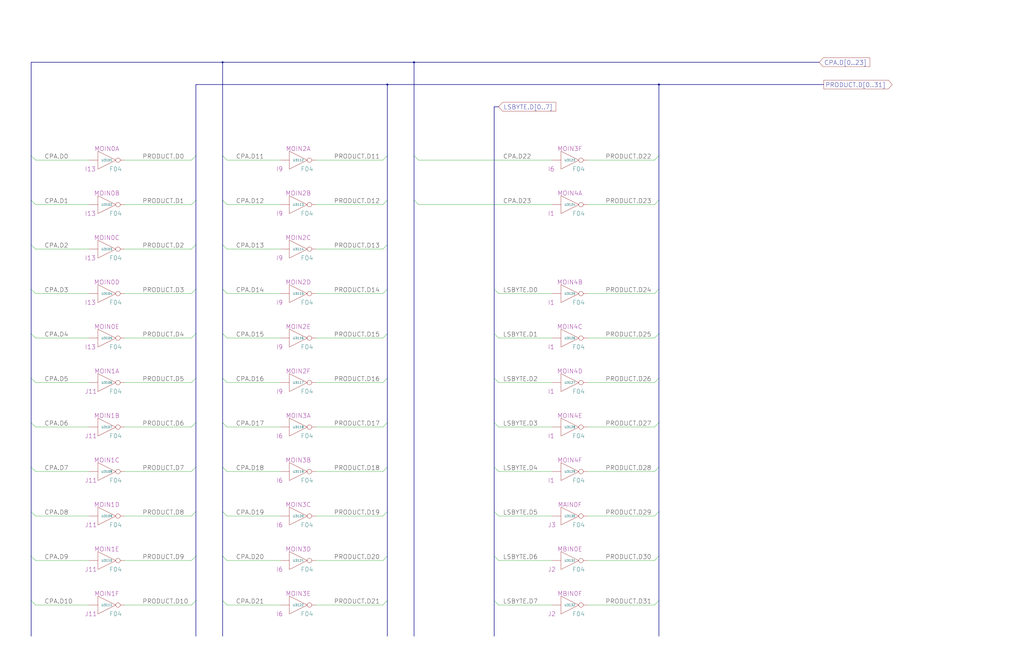
<source format=kicad_sch>
(kicad_sch (version 20250114) (generator "eeschema") (generator_version "9.0")
  (paper "User" 584.2 378.46)
  (title_block (title "MULTIPLIER OUTPUT INVERTER") (date "22-MAR-90") (rev "1.0") (comment 1 "VALUE") (comment 2 "232-003063") (comment 3 "S400") (comment 4 "RELEASED"))
  (lib_symbols
    (symbol "r1000:F04" (pin_numbers (hide yes)) (pin_names (hide yes))
      (property "Reference" "U" (at 0 0 0))
      (property "Value" "F04" (at 1.27 -5.08 0))
      (property "Location" "___" (at -12.7 -5.08 0))
      (property "Name" "______" (at 0 5.08 0))
      (symbol "F04_0_1"
        (polyline (pts (xy -7.62 0) (xy -5.08 0)) (stroke (width 0.1524)))
        (polyline (pts (xy -5.08 5.08) (xy -5.08 -5.08)) (stroke (width 0.1524)))
        (polyline (pts (xy 5.08 0) (xy -5.08 5.08)) (stroke (width 0.1524)))
        (polyline (pts (xy 5.08 0) (xy -5.08 -5.08)) (stroke (width 0.1524)))
        (circle (center 6.35 0) (radius 1.27) (stroke (width 0.1524)))
      )
      (symbol "F04_1_1"
        (pin input line (at -10.16 0 0) (length 2.54) (name "D0") (number "1"))
        (pin output line (at 10.16 0 180) (length 2.54) (name "Q") (number "2"))
      )
    )
  )
  (junction (at 375.92 48.26))
  (junction (at 236.22 35.56))
  (junction (at 220.98 48.26))
  (junction (at 127 35.56))
  (bus_entry (at 127 215.9) (size 2.54 2.54))
  (bus_entry (at 111.76 317.5) (size -2.54 2.54))
  (bus_entry (at 375.92 215.9) (size -2.54 2.54))
  (bus_entry (at 220.98 292.1) (size -2.54 2.54))
  (bus_entry (at 281.94 292.1) (size 2.54 2.54))
  (bus_entry (at 111.76 342.9) (size -2.54 2.54))
  (bus_entry (at 220.98 190.5) (size -2.54 2.54))
  (bus_entry (at 17.78 165.1) (size 2.54 2.54))
  (bus_entry (at 127 114.3) (size 2.54 2.54))
  (bus_entry (at 17.78 114.3) (size 2.54 2.54))
  (bus_entry (at 281.94 266.7) (size 2.54 2.54))
  (bus_entry (at 375.92 342.9) (size -2.54 2.54))
  (bus_entry (at 17.78 88.9) (size 2.54 2.54))
  (bus_entry (at 220.98 165.1) (size -2.54 2.54))
  (bus_entry (at 375.92 190.5) (size -2.54 2.54))
  (bus_entry (at 17.78 139.7) (size 2.54 2.54))
  (bus_entry (at 281.94 190.5) (size 2.54 2.54))
  (bus_entry (at 111.76 190.5) (size -2.54 2.54))
  (bus_entry (at 220.98 215.9) (size -2.54 2.54))
  (bus_entry (at 17.78 215.9) (size 2.54 2.54))
  (bus_entry (at 127 139.7) (size 2.54 2.54))
  (bus_entry (at 127 266.7) (size 2.54 2.54))
  (bus_entry (at 127 190.5) (size 2.54 2.54))
  (bus_entry (at 220.98 266.7) (size -2.54 2.54))
  (bus_entry (at 17.78 342.9) (size 2.54 2.54))
  (bus_entry (at 236.22 114.3) (size 2.54 2.54))
  (bus_entry (at 220.98 139.7) (size -2.54 2.54))
  (bus_entry (at 375.92 88.9) (size -2.54 2.54))
  (bus_entry (at 17.78 266.7) (size 2.54 2.54))
  (bus_entry (at 111.76 88.9) (size -2.54 2.54))
  (bus_entry (at 375.92 317.5) (size -2.54 2.54))
  (bus_entry (at 236.22 88.9) (size 2.54 2.54))
  (bus_entry (at 111.76 266.7) (size -2.54 2.54))
  (bus_entry (at 220.98 317.5) (size -2.54 2.54))
  (bus_entry (at 375.92 165.1) (size -2.54 2.54))
  (bus_entry (at 127 88.9) (size 2.54 2.54))
  (bus_entry (at 111.76 165.1) (size -2.54 2.54))
  (bus_entry (at 127 292.1) (size 2.54 2.54))
  (bus_entry (at 281.94 241.3) (size 2.54 2.54))
  (bus_entry (at 111.76 215.9) (size -2.54 2.54))
  (bus_entry (at 111.76 292.1) (size -2.54 2.54))
  (bus_entry (at 17.78 292.1) (size 2.54 2.54))
  (bus_entry (at 375.92 241.3) (size -2.54 2.54))
  (bus_entry (at 281.94 165.1) (size 2.54 2.54))
  (bus_entry (at 17.78 317.5) (size 2.54 2.54))
  (bus_entry (at 375.92 114.3) (size -2.54 2.54))
  (bus_entry (at 127 165.1) (size 2.54 2.54))
  (bus_entry (at 111.76 241.3) (size -2.54 2.54))
  (bus_entry (at 17.78 190.5) (size 2.54 2.54))
  (bus_entry (at 220.98 114.3) (size -2.54 2.54))
  (bus_entry (at 111.76 139.7) (size -2.54 2.54))
  (bus_entry (at 220.98 342.9) (size -2.54 2.54))
  (bus_entry (at 281.94 215.9) (size 2.54 2.54))
  (bus_entry (at 281.94 342.9) (size 2.54 2.54))
  (bus_entry (at 127 342.9) (size 2.54 2.54))
  (bus_entry (at 281.94 317.5) (size 2.54 2.54))
  (bus_entry (at 111.76 114.3) (size -2.54 2.54))
  (bus_entry (at 17.78 241.3) (size 2.54 2.54))
  (bus_entry (at 220.98 88.9) (size -2.54 2.54))
  (bus_entry (at 375.92 292.1) (size -2.54 2.54))
  (bus_entry (at 127 241.3) (size 2.54 2.54))
  (bus_entry (at 220.98 241.3) (size -2.54 2.54))
  (bus_entry (at 127 317.5) (size 2.54 2.54))
  (bus_entry (at 375.92 266.7) (size -2.54 2.54))
  (bus (pts (xy 220.98 266.7) (xy 220.98 292.1)))
  (bus (pts (xy 127 165.1) (xy 127 190.5)))
  (bus (pts (xy 111.76 190.5) (xy 111.76 215.9)))
  (bus (pts (xy 220.98 165.1) (xy 220.98 190.5)))
  (bus (pts (xy 375.92 317.5) (xy 375.92 342.9)))
  (bus (pts (xy 17.78 215.9) (xy 17.78 241.3)))
  (bus (pts (xy 281.94 215.9) (xy 281.94 241.3)))
  (bus (pts (xy 127 241.3) (xy 127 266.7)))
  (bus (pts (xy 111.76 292.1) (xy 111.76 317.5)))
  (bus (pts (xy 375.92 88.9) (xy 375.92 114.3)))
  (wire (pts (xy 180.34 269.24) (xy 218.44 269.24)))
  (bus (pts (xy 111.76 48.26) (xy 111.76 88.9)))
  (bus (pts (xy 17.78 35.56) (xy 17.78 88.9)))
  (wire (pts (xy 284.48 269.24) (xy 314.96 269.24)))
  (wire (pts (xy 71.12 294.64) (xy 109.22 294.64)))
  (bus (pts (xy 127 266.7) (xy 127 292.1)))
  (bus (pts (xy 17.78 317.5) (xy 17.78 342.9)))
  (bus (pts (xy 127 317.5) (xy 127 342.9)))
  (bus (pts (xy 220.98 114.3) (xy 220.98 139.7)))
  (bus (pts (xy 111.76 48.26) (xy 220.98 48.26)))
  (wire (pts (xy 180.34 116.84) (xy 218.44 116.84)))
  (bus (pts (xy 375.92 114.3) (xy 375.92 165.1)))
  (bus (pts (xy 236.22 35.56) (xy 467.36 35.56)))
  (wire (pts (xy 20.32 294.64) (xy 50.8 294.64)))
  (bus (pts (xy 281.94 60.96) (xy 284.48 60.96)))
  (bus (pts (xy 111.76 317.5) (xy 111.76 342.9)))
  (wire (pts (xy 284.48 320.04) (xy 314.96 320.04)))
  (wire (pts (xy 284.48 243.84) (xy 314.96 243.84)))
  (bus (pts (xy 111.76 215.9) (xy 111.76 241.3)))
  (bus (pts (xy 236.22 88.9) (xy 236.22 114.3)))
  (bus (pts (xy 236.22 35.56) (xy 236.22 88.9)))
  (bus (pts (xy 111.76 88.9) (xy 111.76 114.3)))
  (bus (pts (xy 375.92 342.9) (xy 375.92 363.22)))
  (wire (pts (xy 129.54 269.24) (xy 160.02 269.24)))
  (bus (pts (xy 220.98 48.26) (xy 375.92 48.26)))
  (wire (pts (xy 180.34 345.44) (xy 218.44 345.44)))
  (bus (pts (xy 236.22 114.3) (xy 236.22 363.22)))
  (bus (pts (xy 375.92 266.7) (xy 375.92 292.1)))
  (bus (pts (xy 127 35.56) (xy 127 88.9)))
  (bus (pts (xy 220.98 139.7) (xy 220.98 165.1)))
  (bus (pts (xy 220.98 190.5) (xy 220.98 215.9)))
  (wire (pts (xy 20.32 167.64) (xy 50.8 167.64)))
  (wire (pts (xy 284.48 167.64) (xy 314.96 167.64)))
  (wire (pts (xy 284.48 218.44) (xy 314.96 218.44)))
  (bus (pts (xy 17.78 114.3) (xy 17.78 139.7)))
  (wire (pts (xy 129.54 345.44) (xy 160.02 345.44)))
  (bus (pts (xy 111.76 241.3) (xy 111.76 266.7)))
  (wire (pts (xy 180.34 320.04) (xy 218.44 320.04)))
  (bus (pts (xy 220.98 48.26) (xy 220.98 88.9)))
  (wire (pts (xy 180.34 91.44) (xy 218.44 91.44)))
  (wire (pts (xy 180.34 218.44) (xy 218.44 218.44)))
  (wire (pts (xy 20.32 218.44) (xy 50.8 218.44)))
  (wire (pts (xy 129.54 167.64) (xy 160.02 167.64)))
  (bus (pts (xy 281.94 317.5) (xy 281.94 342.9)))
  (wire (pts (xy 335.28 167.64) (xy 373.38 167.64)))
  (bus (pts (xy 111.76 114.3) (xy 111.76 139.7)))
  (bus (pts (xy 17.78 342.9) (xy 17.78 363.22)))
  (bus (pts (xy 111.76 139.7) (xy 111.76 165.1)))
  (bus (pts (xy 127 215.9) (xy 127 241.3)))
  (bus (pts (xy 281.94 266.7) (xy 281.94 292.1)))
  (bus (pts (xy 127 139.7) (xy 127 165.1)))
  (bus (pts (xy 220.98 215.9) (xy 220.98 241.3)))
  (wire (pts (xy 20.32 269.24) (xy 50.8 269.24)))
  (wire (pts (xy 129.54 243.84) (xy 160.02 243.84)))
  (bus (pts (xy 127 88.9) (xy 127 114.3)))
  (wire (pts (xy 71.12 218.44) (xy 109.22 218.44)))
  (wire (pts (xy 335.28 294.64) (xy 373.38 294.64)))
  (wire (pts (xy 20.32 91.44) (xy 50.8 91.44)))
  (bus (pts (xy 127 35.56) (xy 236.22 35.56)))
  (bus (pts (xy 111.76 165.1) (xy 111.76 190.5)))
  (wire (pts (xy 71.12 320.04) (xy 109.22 320.04)))
  (wire (pts (xy 335.28 193.04) (xy 373.38 193.04)))
  (bus (pts (xy 220.98 88.9) (xy 220.98 114.3)))
  (wire (pts (xy 71.12 193.04) (xy 109.22 193.04)))
  (wire (pts (xy 20.32 320.04) (xy 50.8 320.04)))
  (bus (pts (xy 375.92 292.1) (xy 375.92 317.5)))
  (wire (pts (xy 180.34 167.64) (xy 218.44 167.64)))
  (bus (pts (xy 281.94 60.96) (xy 281.94 165.1)))
  (bus (pts (xy 220.98 317.5) (xy 220.98 342.9)))
  (bus (pts (xy 127 292.1) (xy 127 317.5)))
  (bus (pts (xy 17.78 35.56) (xy 127 35.56)))
  (wire (pts (xy 335.28 116.84) (xy 373.38 116.84)))
  (bus (pts (xy 375.92 190.5) (xy 375.92 215.9)))
  (wire (pts (xy 335.28 345.44) (xy 373.38 345.44)))
  (wire (pts (xy 20.32 243.84) (xy 50.8 243.84)))
  (wire (pts (xy 129.54 193.04) (xy 160.02 193.04)))
  (wire (pts (xy 20.32 193.04) (xy 50.8 193.04)))
  (bus (pts (xy 17.78 139.7) (xy 17.78 165.1)))
  (bus (pts (xy 17.78 88.9) (xy 17.78 114.3)))
  (wire (pts (xy 238.76 116.84) (xy 314.96 116.84)))
  (wire (pts (xy 129.54 320.04) (xy 160.02 320.04)))
  (wire (pts (xy 335.28 243.84) (xy 373.38 243.84)))
  (bus (pts (xy 281.94 165.1) (xy 281.94 190.5)))
  (bus (pts (xy 17.78 292.1) (xy 17.78 317.5)))
  (wire (pts (xy 71.12 142.24) (xy 109.22 142.24)))
  (wire (pts (xy 129.54 91.44) (xy 160.02 91.44)))
  (bus (pts (xy 111.76 342.9) (xy 111.76 363.22)))
  (wire (pts (xy 71.12 91.44) (xy 109.22 91.44)))
  (wire (pts (xy 20.32 142.24) (xy 50.8 142.24)))
  (wire (pts (xy 129.54 116.84) (xy 160.02 116.84)))
  (bus (pts (xy 127 114.3) (xy 127 139.7)))
  (bus (pts (xy 127 190.5) (xy 127 215.9)))
  (wire (pts (xy 71.12 345.44) (xy 109.22 345.44)))
  (wire (pts (xy 284.48 294.64) (xy 314.96 294.64)))
  (bus (pts (xy 281.94 292.1) (xy 281.94 317.5)))
  (wire (pts (xy 180.34 243.84) (xy 218.44 243.84)))
  (wire (pts (xy 129.54 294.64) (xy 160.02 294.64)))
  (wire (pts (xy 71.12 243.84) (xy 109.22 243.84)))
  (bus (pts (xy 220.98 342.9) (xy 220.98 363.22)))
  (bus (pts (xy 281.94 241.3) (xy 281.94 266.7)))
  (wire (pts (xy 71.12 269.24) (xy 109.22 269.24)))
  (bus (pts (xy 17.78 266.7) (xy 17.78 292.1)))
  (bus (pts (xy 220.98 241.3) (xy 220.98 266.7)))
  (bus (pts (xy 375.92 48.26) (xy 469.9 48.26)))
  (wire (pts (xy 335.28 320.04) (xy 373.38 320.04)))
  (wire (pts (xy 335.28 91.44) (xy 373.38 91.44)))
  (wire (pts (xy 20.32 116.84) (xy 50.8 116.84)))
  (wire (pts (xy 238.76 91.44) (xy 314.96 91.44)))
  (bus (pts (xy 375.92 241.3) (xy 375.92 266.7)))
  (bus (pts (xy 17.78 165.1) (xy 17.78 190.5)))
  (wire (pts (xy 284.48 193.04) (xy 314.96 193.04)))
  (bus (pts (xy 127 342.9) (xy 127 363.22)))
  (wire (pts (xy 284.48 345.44) (xy 314.96 345.44)))
  (wire (pts (xy 20.32 345.44) (xy 50.8 345.44)))
  (wire (pts (xy 180.34 142.24) (xy 218.44 142.24)))
  (bus (pts (xy 375.92 48.26) (xy 375.92 88.9)))
  (wire (pts (xy 129.54 142.24) (xy 160.02 142.24)))
  (wire (pts (xy 335.28 218.44) (xy 373.38 218.44)))
  (wire (pts (xy 180.34 193.04) (xy 218.44 193.04)))
  (bus (pts (xy 17.78 190.5) (xy 17.78 215.9)))
  (bus (pts (xy 281.94 342.9) (xy 281.94 363.22)))
  (wire (pts (xy 71.12 116.84) (xy 109.22 116.84)))
  (bus (pts (xy 375.92 165.1) (xy 375.92 190.5)))
  (wire (pts (xy 71.12 167.64) (xy 109.22 167.64)))
  (wire (pts (xy 335.28 269.24) (xy 373.38 269.24)))
  (wire (pts (xy 129.54 218.44) (xy 160.02 218.44)))
  (bus (pts (xy 375.92 215.9) (xy 375.92 241.3)))
  (wire (pts (xy 180.34 294.64) (xy 218.44 294.64)))
  (bus (pts (xy 17.78 241.3) (xy 17.78 266.7)))
  (bus (pts (xy 220.98 292.1) (xy 220.98 317.5)))
  (bus (pts (xy 111.76 266.7) (xy 111.76 292.1)))
  (bus (pts (xy 281.94 190.5) (xy 281.94 215.9)))
  (label "PRODUCT.D15" (at 190.5 193.04 0) (effects (font (size 2.54 2.54))))
  (label "PRODUCT.D30" (at 345.44 320.04 0) (effects (font (size 2.54 2.54))))
  (label "PRODUCT.D4" (at 81.28 193.04 0) (effects (font (size 2.54 2.54))))
  (label "CPA.D20" (at 134.62 320.04 0) (effects (font (size 2.54 2.54))))
  (label "PRODUCT.D18" (at 190.5 269.24 0) (effects (font (size 2.54 2.54))))
  (label "PRODUCT.D21" (at 190.5 345.44 0) (effects (font (size 2.54 2.54))))
  (label "CPA.D2" (at 25.4 142.24 0) (effects (font (size 2.54 2.54))))
  (label "PRODUCT.D13" (at 190.5 142.24 0) (effects (font (size 2.54 2.54))))
  (label "LSBYTE.D1" (at 287.02 193.04 0) (effects (font (size 2.54 2.54))))
  (label "PRODUCT.D0" (at 81.28 91.44 0) (effects (font (size 2.54 2.54))))
  (label "PRODUCT.D25" (at 345.44 193.04 0) (effects (font (size 2.54 2.54))))
  (label "CPA.D14" (at 134.62 167.64 0) (effects (font (size 2.54 2.54))))
  (label "CPA.D19" (at 134.62 294.64 0) (effects (font (size 2.54 2.54))))
  (label "PRODUCT.D12" (at 190.5 116.84 0) (effects (font (size 2.54 2.54))))
  (label "PRODUCT.D23" (at 345.44 116.84 0) (effects (font (size 2.54 2.54))))
  (label "PRODUCT.D14" (at 190.5 167.64 0) (effects (font (size 2.54 2.54))))
  (label "CPA.D4" (at 25.4 193.04 0) (effects (font (size 2.54 2.54))))
  (label "CPA.D10" (at 25.4 345.44 0) (effects (font (size 2.54 2.54))))
  (label "PRODUCT.D19" (at 190.5 294.64 0) (effects (font (size 2.54 2.54))))
  (label "PRODUCT.D31" (at 345.44 345.44 0) (effects (font (size 2.54 2.54))))
  (label "PRODUCT.D1" (at 81.28 116.84 0) (effects (font (size 2.54 2.54))))
  (label "CPA.D22" (at 287.02 91.44 0) (effects (font (size 2.54 2.54))))
  (label "PRODUCT.D26" (at 345.44 218.44 0) (effects (font (size 2.54 2.54))))
  (label "CPA.D11" (at 134.62 91.44 0) (effects (font (size 2.54 2.54))))
  (label "CPA.D12" (at 134.62 116.84 0) (effects (font (size 2.54 2.54))))
  (label "CPA.D13" (at 134.62 142.24 0) (effects (font (size 2.54 2.54))))
  (label "PRODUCT.D8" (at 81.28 294.64 0) (effects (font (size 2.54 2.54))))
  (label "CPA.D6" (at 25.4 243.84 0) (effects (font (size 2.54 2.54))))
  (label "PRODUCT.D22" (at 345.44 91.44 0) (effects (font (size 2.54 2.54))))
  (label "CPA.D9" (at 25.4 320.04 0) (effects (font (size 2.54 2.54))))
  (label "PRODUCT.D16" (at 190.5 218.44 0) (effects (font (size 2.54 2.54))))
  (label "LSBYTE.D2" (at 287.02 218.44 0) (effects (font (size 2.54 2.54))))
  (label "CPA.D5" (at 25.4 218.44 0) (effects (font (size 2.54 2.54))))
  (label "CPA.D18" (at 134.62 269.24 0) (effects (font (size 2.54 2.54))))
  (label "PRODUCT.D29" (at 345.44 294.64 0) (effects (font (size 2.54 2.54))))
  (label "PRODUCT.D17" (at 190.5 243.84 0) (effects (font (size 2.54 2.54))))
  (label "CPA.D7" (at 25.4 269.24 0) (effects (font (size 2.54 2.54))))
  (label "PRODUCT.D24" (at 345.44 167.64 0) (effects (font (size 2.54 2.54))))
  (label "PRODUCT.D7" (at 81.28 269.24 0) (effects (font (size 2.54 2.54))))
  (label "CPA.D17" (at 134.62 243.84 0) (effects (font (size 2.54 2.54))))
  (label "LSBYTE.D0" (at 287.02 167.64 0) (effects (font (size 2.54 2.54))))
  (label "PRODUCT.D10" (at 81.28 345.44 0) (effects (font (size 2.54 2.54))))
  (label "PRODUCT.D9" (at 81.28 320.04 0) (effects (font (size 2.54 2.54))))
  (label "CPA.D16" (at 134.62 218.44 0) (effects (font (size 2.54 2.54))))
  (label "CPA.D8" (at 25.4 294.64 0) (effects (font (size 2.54 2.54))))
  (label "LSBYTE.D6" (at 287.02 320.04 0) (effects (font (size 2.54 2.54))))
  (label "PRODUCT.D3" (at 81.28 167.64 0) (effects (font (size 2.54 2.54))))
  (label "PRODUCT.D6" (at 81.28 243.84 0) (effects (font (size 2.54 2.54))))
  (label "PRODUCT.D5" (at 81.28 218.44 0) (effects (font (size 2.54 2.54))))
  (label "CPA.D3" (at 25.4 167.64 0) (effects (font (size 2.54 2.54))))
  (label "PRODUCT.D20" (at 190.5 320.04 0) (effects (font (size 2.54 2.54))))
  (label "PRODUCT.D27" (at 345.44 243.84 0) (effects (font (size 2.54 2.54))))
  (label "CPA.D0" (at 25.4 91.44 0) (effects (font (size 2.54 2.54))))
  (label "PRODUCT.D28" (at 345.44 269.24 0) (effects (font (size 2.54 2.54))))
  (label "PRODUCT.D2" (at 81.28 142.24 0) (effects (font (size 2.54 2.54))))
  (label "CPA.D15" (at 134.62 193.04 0) (effects (font (size 2.54 2.54))))
  (label "CPA.D21" (at 134.62 345.44 0) (effects (font (size 2.54 2.54))))
  (label "CPA.D23" (at 287.02 116.84 0) (effects (font (size 2.54 2.54))))
  (label "LSBYTE.D7" (at 287.02 345.44 0) (effects (font (size 2.54 2.54))))
  (label "PRODUCT.D11" (at 190.5 91.44 0) (effects (font (size 2.54 2.54))))
  (label "LSBYTE.D4" (at 287.02 269.24 0) (effects (font (size 2.54 2.54))))
  (label "LSBYTE.D3" (at 287.02 243.84 0) (effects (font (size 2.54 2.54))))
  (label "CPA.D1" (at 25.4 116.84 0) (effects (font (size 2.54 2.54))))
  (label "LSBYTE.D5" (at 287.02 294.64 0) (effects (font (size 2.54 2.54))))
  (global_label "CPA.D[0..23]" (shape input) (at 467.36 35.56 0) (effects (font (size 2.54 2.54))) (property "Intersheetrefs" "${INTERSHEET_REFS}" (at 496.2555 35.4013 0) (effects (font (size 1.905 1.905)) (justify left))))
  (global_label "LSBYTE.D[0..7]" (shape input) (at 284.48 60.96 0) (effects (font (size 2.54 2.54))) (property "Intersheetrefs" "${INTERSHEET_REFS}" (at 317.125 60.8013 0) (effects (font (size 1.905 1.905)) (justify left))))
  (global_label "PRODUCT.D[0..31]" (shape output) (at 469.9 48.26 0) (effects (font (size 2.54 2.54))) (property "Intersheetrefs" "${INTERSHEET_REFS}" (at 508.9555 48.1013 0) (effects (font (size 1.905 1.905)) (justify left))))
  (symbol (lib_id "r1000:F04") (at 170.18 243.84 0) (unit 1)
    (property "Reference" "U3118" (at 170.18 243.84 0))
    (property "Value" "F04" (at 171.45 248.92 0) (effects (font (size 2.54 2.54)) (justify left)))
    (property "Location" "I6" (at 157.48 248.92 0) (effects (font (size 2.54 2.54)) (justify left)))
    (property "Name" "MOIN3A" (at 170.18 238.76 0) (effects (font (size 2.54 2.54)) (justify bottom)))
  )
  (symbol (lib_id "r1000:F04") (at 60.96 193.04 0) (unit 1)
    (property "Reference" "U3105" (at 60.96 193.04 0))
    (property "Value" "F04" (at 62.23 198.12 0) (effects (font (size 2.54 2.54)) (justify left)))
    (property "Location" "I13" (at 48.26 198.12 0) (effects (font (size 2.54 2.54)) (justify left)))
    (property "Name" "MOIN0E" (at 60.96 187.96 0) (effects (font (size 2.54 2.54)) (justify bottom)))
  )
  (symbol (lib_id "r1000:F04") (at 170.18 320.04 0) (unit 1)
    (property "Reference" "U3121" (at 170.18 320.04 0))
    (property "Value" "F04" (at 171.45 325.12 0) (effects (font (size 2.54 2.54)) (justify left)))
    (property "Location" "I6" (at 157.48 325.12 0) (effects (font (size 2.54 2.54)) (justify left)))
    (property "Name" "MOIN3D" (at 170.18 314.96 0) (effects (font (size 2.54 2.54)) (justify bottom)))
  )
  (symbol (lib_id "r1000:F04") (at 60.96 345.44 0) (unit 1)
    (property "Reference" "U3111" (at 60.96 345.44 0))
    (property "Value" "F04" (at 62.23 350.52 0) (effects (font (size 2.54 2.54)) (justify left)))
    (property "Location" "J11" (at 48.26 350.52 0) (effects (font (size 2.54 2.54)) (justify left)))
    (property "Name" "MOIN1F" (at 60.96 340.36 0) (effects (font (size 2.54 2.54)) (justify bottom)))
  )
  (symbol (lib_id "r1000:F04") (at 170.18 193.04 0) (unit 1)
    (property "Reference" "U3116" (at 170.18 193.04 0))
    (property "Value" "F04" (at 171.45 198.12 0) (effects (font (size 2.54 2.54)) (justify left)))
    (property "Location" "I9" (at 157.48 198.12 0) (effects (font (size 2.54 2.54)) (justify left)))
    (property "Name" "MOIN2E" (at 170.18 187.96 0) (effects (font (size 2.54 2.54)) (justify bottom)))
  )
  (symbol (lib_id "r1000:F04") (at 325.12 294.64 0) (unit 1)
    (property "Reference" "U3130" (at 325.12 294.64 0))
    (property "Value" "F04" (at 326.39 299.72 0) (effects (font (size 2.54 2.54)) (justify left)))
    (property "Location" "J3" (at 312.42 299.72 0) (effects (font (size 2.54 2.54)) (justify left)))
    (property "Name" "MAIN0F" (at 325.12 289.56 0) (effects (font (size 2.54 2.54)) (justify bottom)))
  )
  (symbol (lib_id "r1000:F04") (at 60.96 269.24 0) (unit 1)
    (property "Reference" "U3108" (at 60.96 269.24 0))
    (property "Value" "F04" (at 62.23 274.32 0) (effects (font (size 2.54 2.54)) (justify left)))
    (property "Location" "J11" (at 48.26 274.32 0) (effects (font (size 2.54 2.54)) (justify left)))
    (property "Name" "MOIN1C" (at 60.96 264.16 0) (effects (font (size 2.54 2.54)) (justify bottom)))
  )
  (symbol (lib_id "r1000:F04") (at 170.18 91.44 0) (unit 1)
    (property "Reference" "U3112" (at 170.18 91.44 0))
    (property "Value" "F04" (at 171.45 96.52 0) (effects (font (size 2.54 2.54)) (justify left)))
    (property "Location" "I9" (at 157.48 96.52 0) (effects (font (size 2.54 2.54)) (justify left)))
    (property "Name" "MOIN2A" (at 170.18 86.36 0) (effects (font (size 2.54 2.54)) (justify bottom)))
  )
  (symbol (lib_id "r1000:F04") (at 170.18 116.84 0) (unit 1)
    (property "Reference" "U3113" (at 170.18 116.84 0))
    (property "Value" "F04" (at 171.45 121.92 0) (effects (font (size 2.54 2.54)) (justify left)))
    (property "Location" "I9" (at 157.48 121.92 0) (effects (font (size 2.54 2.54)) (justify left)))
    (property "Name" "MOIN2B" (at 170.18 111.76 0) (effects (font (size 2.54 2.54)) (justify bottom)))
  )
  (symbol (lib_id "r1000:F04") (at 325.12 320.04 0) (unit 1)
    (property "Reference" "U3131" (at 325.12 320.04 0))
    (property "Value" "F04" (at 326.39 325.12 0) (effects (font (size 2.54 2.54)) (justify left)))
    (property "Location" "J2" (at 312.42 325.12 0) (effects (font (size 2.54 2.54)) (justify left)))
    (property "Name" "MBIN0E" (at 325.12 314.96 0) (effects (font (size 2.54 2.54)) (justify bottom)))
  )
  (symbol (lib_id "r1000:F04") (at 170.18 142.24 0) (unit 1)
    (property "Reference" "U3114" (at 170.18 142.24 0))
    (property "Value" "F04" (at 171.45 147.32 0) (effects (font (size 2.54 2.54)) (justify left)))
    (property "Location" "I9" (at 157.48 147.32 0) (effects (font (size 2.54 2.54)) (justify left)))
    (property "Name" "MOIN2C" (at 170.18 137.16 0) (effects (font (size 2.54 2.54)) (justify bottom)))
  )
  (symbol (lib_id "r1000:F04") (at 170.18 345.44 0) (unit 1)
    (property "Reference" "U3122" (at 170.18 345.44 0))
    (property "Value" "F04" (at 171.45 350.52 0) (effects (font (size 2.54 2.54)) (justify left)))
    (property "Location" "I6" (at 157.48 350.52 0) (effects (font (size 2.54 2.54)) (justify left)))
    (property "Name" "MOIN3E" (at 170.18 340.36 0) (effects (font (size 2.54 2.54)) (justify bottom)))
  )
  (symbol (lib_id "r1000:F04") (at 60.96 116.84 0) (unit 1)
    (property "Reference" "U3102" (at 60.96 116.84 0))
    (property "Value" "F04" (at 62.23 121.92 0) (effects (font (size 2.54 2.54)) (justify left)))
    (property "Location" "I13" (at 48.26 121.92 0) (effects (font (size 2.54 2.54)) (justify left)))
    (property "Name" "MOIN0B" (at 60.96 111.76 0) (effects (font (size 2.54 2.54)) (justify bottom)))
  )
  (symbol (lib_id "r1000:F04") (at 325.12 91.44 0) (unit 1)
    (property "Reference" "U3123" (at 325.12 91.44 0))
    (property "Value" "F04" (at 326.39 96.52 0) (effects (font (size 2.54 2.54)) (justify left)))
    (property "Location" "I6" (at 312.42 96.52 0) (effects (font (size 2.54 2.54)) (justify left)))
    (property "Name" "MOIN3F" (at 325.12 86.36 0) (effects (font (size 2.54 2.54)) (justify bottom)))
  )
  (symbol (lib_id "r1000:F04") (at 325.12 193.04 0) (unit 1)
    (property "Reference" "U3126" (at 325.12 193.04 0))
    (property "Value" "F04" (at 326.39 198.12 0) (effects (font (size 2.54 2.54)) (justify left)))
    (property "Location" "I1" (at 312.42 198.12 0) (effects (font (size 2.54 2.54)) (justify left)))
    (property "Name" "MOIN4C" (at 325.12 187.96 0) (effects (font (size 2.54 2.54)) (justify bottom)))
  )
  (symbol (lib_id "r1000:F04") (at 60.96 167.64 0) (unit 1)
    (property "Reference" "U3104" (at 60.96 167.64 0))
    (property "Value" "F04" (at 62.23 172.72 0) (effects (font (size 2.54 2.54)) (justify left)))
    (property "Location" "I13" (at 48.26 172.72 0) (effects (font (size 2.54 2.54)) (justify left)))
    (property "Name" "MOIN0D" (at 60.96 162.56 0) (effects (font (size 2.54 2.54)) (justify bottom)))
  )
  (symbol (lib_id "r1000:F04") (at 170.18 167.64 0) (unit 1)
    (property "Reference" "U3115" (at 170.18 167.64 0))
    (property "Value" "F04" (at 171.45 172.72 0) (effects (font (size 2.54 2.54)) (justify left)))
    (property "Location" "I9" (at 157.48 172.72 0) (effects (font (size 2.54 2.54)) (justify left)))
    (property "Name" "MOIN2D" (at 170.18 162.56 0) (effects (font (size 2.54 2.54)) (justify bottom)))
  )
  (symbol (lib_id "r1000:F04") (at 325.12 167.64 0) (unit 1)
    (property "Reference" "U3125" (at 325.12 167.64 0))
    (property "Value" "F04" (at 326.39 172.72 0) (effects (font (size 2.54 2.54)) (justify left)))
    (property "Location" "I1" (at 312.42 172.72 0) (effects (font (size 2.54 2.54)) (justify left)))
    (property "Name" "MOIN4B" (at 325.12 162.56 0) (effects (font (size 2.54 2.54)) (justify bottom)))
  )
  (symbol (lib_id "r1000:F04") (at 60.96 320.04 0) (unit 1)
    (property "Reference" "U3110" (at 60.96 320.04 0))
    (property "Value" "F04" (at 62.23 325.12 0) (effects (font (size 2.54 2.54)) (justify left)))
    (property "Location" "J11" (at 48.26 325.12 0) (effects (font (size 2.54 2.54)) (justify left)))
    (property "Name" "MOIN1E" (at 60.96 314.96 0) (effects (font (size 2.54 2.54)) (justify bottom)))
  )
  (symbol (lib_id "r1000:F04") (at 170.18 294.64 0) (unit 1)
    (property "Reference" "U3120" (at 170.18 294.64 0))
    (property "Value" "F04" (at 171.45 299.72 0) (effects (font (size 2.54 2.54)) (justify left)))
    (property "Location" "I6" (at 157.48 299.72 0) (effects (font (size 2.54 2.54)) (justify left)))
    (property "Name" "MOIN3C" (at 170.18 289.56 0) (effects (font (size 2.54 2.54)) (justify bottom)))
  )
  (symbol (lib_id "r1000:F04") (at 170.18 269.24 0) (unit 1)
    (property "Reference" "U3119" (at 170.18 269.24 0))
    (property "Value" "F04" (at 171.45 274.32 0) (effects (font (size 2.54 2.54)) (justify left)))
    (property "Location" "I6" (at 157.48 274.32 0) (effects (font (size 2.54 2.54)) (justify left)))
    (property "Name" "MOIN3B" (at 170.18 264.16 0) (effects (font (size 2.54 2.54)) (justify bottom)))
  )
  (symbol (lib_id "r1000:F04") (at 325.12 345.44 0) (unit 1)
    (property "Reference" "U3132" (at 325.12 345.44 0))
    (property "Value" "F04" (at 326.39 350.52 0) (effects (font (size 2.54 2.54)) (justify left)))
    (property "Location" "J2" (at 312.42 350.52 0) (effects (font (size 2.54 2.54)) (justify left)))
    (property "Name" "MBIN0F" (at 325.12 340.36 0) (effects (font (size 2.54 2.54)) (justify bottom)))
  )
  (symbol (lib_id "r1000:F04") (at 325.12 116.84 0) (unit 1)
    (property "Reference" "U3124" (at 325.12 116.84 0))
    (property "Value" "F04" (at 326.39 121.92 0) (effects (font (size 2.54 2.54)) (justify left)))
    (property "Location" "I1" (at 312.42 121.92 0) (effects (font (size 2.54 2.54)) (justify left)))
    (property "Name" "MOIN4A" (at 325.12 111.76 0) (effects (font (size 2.54 2.54)) (justify bottom)))
  )
  (symbol (lib_id "r1000:F04") (at 325.12 243.84 0) (unit 1)
    (property "Reference" "U3128" (at 325.12 243.84 0))
    (property "Value" "F04" (at 326.39 248.92 0) (effects (font (size 2.54 2.54)) (justify left)))
    (property "Location" "I1" (at 312.42 248.92 0) (effects (font (size 2.54 2.54)) (justify left)))
    (property "Name" "MOIN4E" (at 325.12 238.76 0) (effects (font (size 2.54 2.54)) (justify bottom)))
  )
  (symbol (lib_id "r1000:F04") (at 170.18 218.44 0) (unit 1)
    (property "Reference" "U3117" (at 170.18 218.44 0))
    (property "Value" "F04" (at 171.45 223.52 0) (effects (font (size 2.54 2.54)) (justify left)))
    (property "Location" "I9" (at 157.48 223.52 0) (effects (font (size 2.54 2.54)) (justify left)))
    (property "Name" "MOIN2F" (at 170.18 213.36 0) (effects (font (size 2.54 2.54)) (justify bottom)))
  )
  (symbol (lib_id "r1000:F04") (at 60.96 294.64 0) (unit 1)
    (property "Reference" "U3109" (at 60.96 294.64 0))
    (property "Value" "F04" (at 62.23 299.72 0) (effects (font (size 2.54 2.54)) (justify left)))
    (property "Location" "J11" (at 48.26 299.72 0) (effects (font (size 2.54 2.54)) (justify left)))
    (property "Name" "MOIN1D" (at 60.96 289.56 0) (effects (font (size 2.54 2.54)) (justify bottom)))
  )
  (symbol (lib_id "r1000:F04") (at 60.96 91.44 0) (unit 1)
    (property "Reference" "U3101" (at 60.96 91.44 0))
    (property "Value" "F04" (at 62.23 96.52 0) (effects (font (size 2.54 2.54)) (justify left)))
    (property "Location" "I13" (at 48.26 96.52 0) (effects (font (size 2.54 2.54)) (justify left)))
    (property "Name" "MOIN0A" (at 60.96 86.36 0) (effects (font (size 2.54 2.54)) (justify bottom)))
  )
  (symbol (lib_id "r1000:F04") (at 60.96 218.44 0) (unit 1)
    (property "Reference" "U3106" (at 60.96 218.44 0))
    (property "Value" "F04" (at 62.23 223.52 0) (effects (font (size 2.54 2.54)) (justify left)))
    (property "Location" "J11" (at 48.26 223.52 0) (effects (font (size 2.54 2.54)) (justify left)))
    (property "Name" "MOIN1A" (at 60.96 213.36 0) (effects (font (size 2.54 2.54)) (justify bottom)))
  )
  (symbol (lib_id "r1000:F04") (at 325.12 218.44 0) (unit 1)
    (property "Reference" "U3127" (at 325.12 218.44 0))
    (property "Value" "F04" (at 326.39 223.52 0) (effects (font (size 2.54 2.54)) (justify left)))
    (property "Location" "I1" (at 312.42 223.52 0) (effects (font (size 2.54 2.54)) (justify left)))
    (property "Name" "MOIN4D" (at 325.12 213.36 0) (effects (font (size 2.54 2.54)) (justify bottom)))
  )
  (symbol (lib_id "r1000:F04") (at 325.12 269.24 0) (unit 1)
    (property "Reference" "U3129" (at 325.12 269.24 0))
    (property "Value" "F04" (at 326.39 274.32 0) (effects (font (size 2.54 2.54)) (justify left)))
    (property "Location" "I1" (at 312.42 274.32 0) (effects (font (size 2.54 2.54)) (justify left)))
    (property "Name" "MOIN4F" (at 325.12 264.16 0) (effects (font (size 2.54 2.54)) (justify bottom)))
  )
  (symbol (lib_id "r1000:F04") (at 60.96 142.24 0) (unit 1)
    (property "Reference" "U3103" (at 60.96 142.24 0))
    (property "Value" "F04" (at 62.23 147.32 0) (effects (font (size 2.54 2.54)) (justify left)))
    (property "Location" "I13" (at 48.26 147.32 0) (effects (font (size 2.54 2.54)) (justify left)))
    (property "Name" "MOIN0C" (at 60.96 137.16 0) (effects (font (size 2.54 2.54)) (justify bottom)))
  )
  (symbol (lib_id "r1000:F04") (at 60.96 243.84 0) (unit 1)
    (property "Reference" "U3107" (at 60.96 243.84 0))
    (property "Value" "F04" (at 62.23 248.92 0) (effects (font (size 2.54 2.54)) (justify left)))
    (property "Location" "J11" (at 48.26 248.92 0) (effects (font (size 2.54 2.54)) (justify left)))
    (property "Name" "MOIN1B" (at 60.96 238.76 0) (effects (font (size 2.54 2.54)) (justify bottom)))
  )
)
</source>
